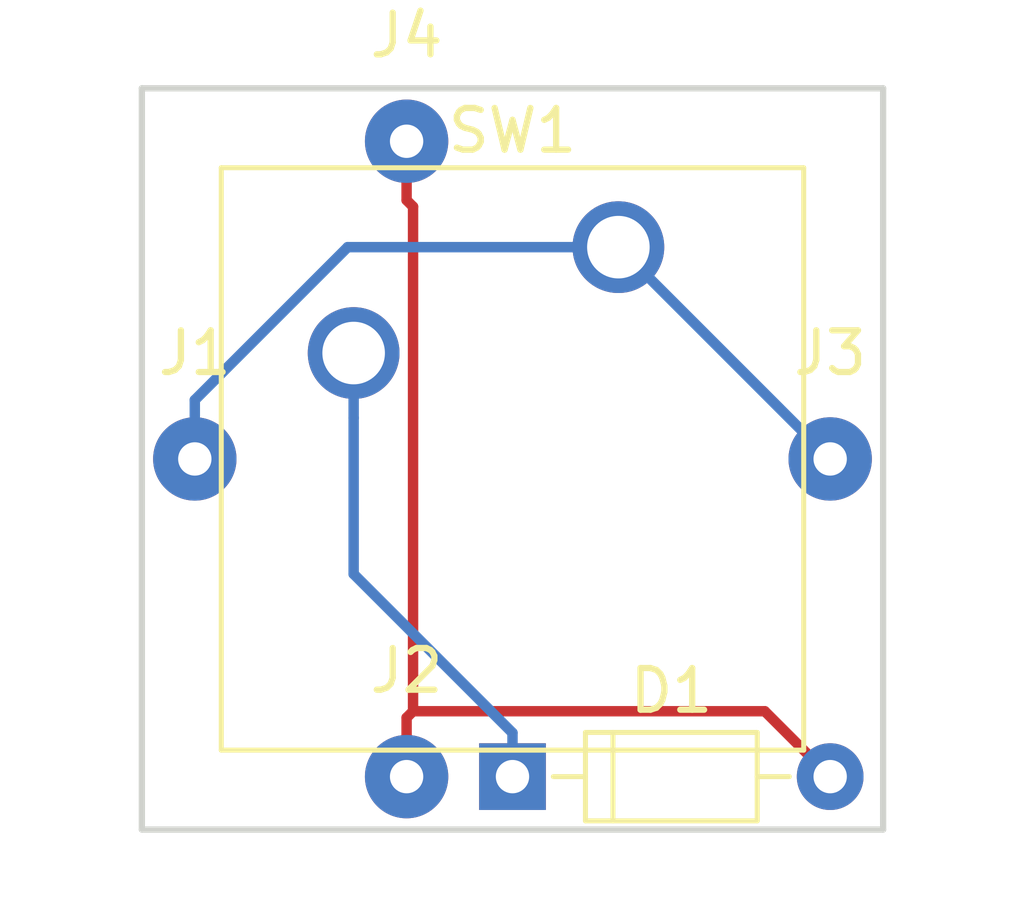
<source format=kicad_pcb>
(kicad_pcb (version 4) (host pcbnew 4.0.7)

  (general
    (links 5)
    (no_connects 0)
    (area 1.194999 1.194999 19.125001 19.125001)
    (thickness 1.6)
    (drawings 4)
    (tracks 15)
    (zones 0)
    (modules 6)
    (nets 4)
  )

  (page A4)
  (layers
    (0 F.Cu signal)
    (31 B.Cu signal)
    (32 B.Adhes user)
    (33 F.Adhes user)
    (34 B.Paste user)
    (35 F.Paste user)
    (36 B.SilkS user)
    (37 F.SilkS user)
    (38 B.Mask user)
    (39 F.Mask user)
    (40 Dwgs.User user)
    (41 Cmts.User user)
    (42 Eco1.User user)
    (43 Eco2.User user)
    (44 Edge.Cuts user)
    (45 Margin user)
    (46 B.CrtYd user)
    (47 F.CrtYd user)
    (48 B.Fab user)
    (49 F.Fab user)
  )

  (setup
    (last_trace_width 0.25)
    (trace_clearance 0.2)
    (zone_clearance 0.508)
    (zone_45_only no)
    (trace_min 0.2)
    (segment_width 0.2)
    (edge_width 0.15)
    (via_size 0.6)
    (via_drill 0.4)
    (via_min_size 0.4)
    (via_min_drill 0.3)
    (uvia_size 0.3)
    (uvia_drill 0.1)
    (uvias_allowed no)
    (uvia_min_size 0.2)
    (uvia_min_drill 0.1)
    (pcb_text_width 0.3)
    (pcb_text_size 1.5 1.5)
    (mod_edge_width 0.15)
    (mod_text_size 1 1)
    (mod_text_width 0.15)
    (pad_size 1.524 1.524)
    (pad_drill 0.762)
    (pad_to_mask_clearance 0.2)
    (aux_axis_origin 0 0)
    (visible_elements FFFFFF7F)
    (pcbplotparams
      (layerselection 0x00030_80000001)
      (usegerberextensions false)
      (excludeedgelayer true)
      (linewidth 0.100000)
      (plotframeref false)
      (viasonmask false)
      (mode 1)
      (useauxorigin false)
      (hpglpennumber 1)
      (hpglpenspeed 20)
      (hpglpendiameter 15)
      (hpglpenoverlay 2)
      (psnegative false)
      (psa4output false)
      (plotreference true)
      (plotvalue true)
      (plotinvisibletext false)
      (padsonsilk false)
      (subtractmaskfromsilk false)
      (outputformat 1)
      (mirror false)
      (drillshape 1)
      (scaleselection 1)
      (outputdirectory ""))
  )

  (net 0 "")
  (net 1 "Net-(D1-Pad1)")
  (net 2 "Net-(D1-Pad2)")
  (net 3 "Net-(J1-Pad1)")

  (net_class Default "This is the default net class."
    (clearance 0.2)
    (trace_width 0.25)
    (via_dia 0.6)
    (via_drill 0.4)
    (uvia_dia 0.3)
    (uvia_drill 0.1)
    (add_net "Net-(D1-Pad1)")
    (add_net "Net-(D1-Pad2)")
    (add_net "Net-(J1-Pad1)")
  )

  (module Diodes_THT:D_DO-35_SOD27_P7.62mm_Horizontal (layer F.Cu) (tedit 5921392F) (tstamp 5A956675)
    (at 10.16 17.78)
    (descr "D, DO-35_SOD27 series, Axial, Horizontal, pin pitch=7.62mm, , length*diameter=4*2mm^2, , http://www.diodes.com/_files/packages/DO-35.pdf")
    (tags "D DO-35_SOD27 series Axial Horizontal pin pitch 7.62mm  length 4mm diameter 2mm")
    (path /5A9565EA)
    (fp_text reference D1 (at 3.81 -2.06) (layer F.SilkS)
      (effects (font (size 1 1) (thickness 0.15)))
    )
    (fp_text value D (at 3.81 2.06) (layer F.Fab)
      (effects (font (size 1 1) (thickness 0.15)))
    )
    (fp_text user %R (at 3.81 0) (layer F.Fab)
      (effects (font (size 1 1) (thickness 0.15)))
    )
    (fp_line (start 1.81 -1) (end 1.81 1) (layer F.Fab) (width 0.1))
    (fp_line (start 1.81 1) (end 5.81 1) (layer F.Fab) (width 0.1))
    (fp_line (start 5.81 1) (end 5.81 -1) (layer F.Fab) (width 0.1))
    (fp_line (start 5.81 -1) (end 1.81 -1) (layer F.Fab) (width 0.1))
    (fp_line (start 0 0) (end 1.81 0) (layer F.Fab) (width 0.1))
    (fp_line (start 7.62 0) (end 5.81 0) (layer F.Fab) (width 0.1))
    (fp_line (start 2.41 -1) (end 2.41 1) (layer F.Fab) (width 0.1))
    (fp_line (start 1.75 -1.06) (end 1.75 1.06) (layer F.SilkS) (width 0.12))
    (fp_line (start 1.75 1.06) (end 5.87 1.06) (layer F.SilkS) (width 0.12))
    (fp_line (start 5.87 1.06) (end 5.87 -1.06) (layer F.SilkS) (width 0.12))
    (fp_line (start 5.87 -1.06) (end 1.75 -1.06) (layer F.SilkS) (width 0.12))
    (fp_line (start 0.98 0) (end 1.75 0) (layer F.SilkS) (width 0.12))
    (fp_line (start 6.64 0) (end 5.87 0) (layer F.SilkS) (width 0.12))
    (fp_line (start 2.41 -1.06) (end 2.41 1.06) (layer F.SilkS) (width 0.12))
    (fp_line (start -1.05 -1.35) (end -1.05 1.35) (layer F.CrtYd) (width 0.05))
    (fp_line (start -1.05 1.35) (end 8.7 1.35) (layer F.CrtYd) (width 0.05))
    (fp_line (start 8.7 1.35) (end 8.7 -1.35) (layer F.CrtYd) (width 0.05))
    (fp_line (start 8.7 -1.35) (end -1.05 -1.35) (layer F.CrtYd) (width 0.05))
    (pad 1 thru_hole rect (at 0 0) (size 1.6 1.6) (drill 0.8) (layers *.Cu *.Mask)
      (net 1 "Net-(D1-Pad1)"))
    (pad 2 thru_hole oval (at 7.62 0) (size 1.6 1.6) (drill 0.8) (layers *.Cu *.Mask)
      (net 2 "Net-(D1-Pad2)"))
    (model ${KISYS3DMOD}/Diodes_THT.3dshapes/D_DO-35_SOD27_P7.62mm_Horizontal.wrl
      (at (xyz 0 0 0))
      (scale (xyz 0.393701 0.393701 0.393701))
      (rotate (xyz 0 0 0))
    )
  )

  (module Wire_Pads:SolderWirePad_single_0-8mmDrill (layer F.Cu) (tedit 0) (tstamp 5A95667A)
    (at 2.54 10.16)
    (path /5A9566D0)
    (fp_text reference J1 (at 0 -2.54) (layer F.SilkS)
      (effects (font (size 1 1) (thickness 0.15)))
    )
    (fp_text value Conn_01x01 (at 0 2.54) (layer F.Fab)
      (effects (font (size 1 1) (thickness 0.15)))
    )
    (pad 1 thru_hole circle (at 0 0) (size 1.99898 1.99898) (drill 0.8001) (layers *.Cu *.Mask)
      (net 3 "Net-(J1-Pad1)"))
  )

  (module Wire_Pads:SolderWirePad_single_0-8mmDrill (layer F.Cu) (tedit 0) (tstamp 5A95667F)
    (at 7.62 17.78)
    (path /5A956722)
    (fp_text reference J2 (at 0 -2.54) (layer F.SilkS)
      (effects (font (size 1 1) (thickness 0.15)))
    )
    (fp_text value Conn_01x01 (at 0 2.54) (layer F.Fab)
      (effects (font (size 1 1) (thickness 0.15)))
    )
    (pad 1 thru_hole circle (at 0 0) (size 1.99898 1.99898) (drill 0.8001) (layers *.Cu *.Mask)
      (net 2 "Net-(D1-Pad2)"))
  )

  (module Buttons_Switches_Keyboard:SW_Cherry_MX1A_1.00u_Plate (layer F.Cu) (tedit 59E8964B) (tstamp 5A956686)
    (at 12.7 5.08)
    (descr "Cherry MX keyswitch, MX1A, 1u, plate mount, http://cherryamericas.com/wp-content/uploads/2014/12/mx_cat.pdf")
    (tags "cherry mx keyswitch MX1A 1u plate")
    (path /5A9565C4)
    (fp_text reference SW1 (at -2.54 -2.794) (layer F.SilkS)
      (effects (font (size 1 1) (thickness 0.15)))
    )
    (fp_text value SW_DIP_x01 (at -2.54 12.954) (layer F.Fab)
      (effects (font (size 1 1) (thickness 0.15)))
    )
    (fp_text user %R (at -2.54 -2.794) (layer F.Fab)
      (effects (font (size 1 1) (thickness 0.15)))
    )
    (fp_line (start -8.89 -1.27) (end 3.81 -1.27) (layer F.Fab) (width 0.15))
    (fp_line (start 3.81 -1.27) (end 3.81 11.43) (layer F.Fab) (width 0.15))
    (fp_line (start 3.81 11.43) (end -8.89 11.43) (layer F.Fab) (width 0.15))
    (fp_line (start -8.89 11.43) (end -8.89 -1.27) (layer F.Fab) (width 0.15))
    (fp_line (start -9.78 12.32) (end -9.78 -2.16) (layer F.CrtYd) (width 0.05))
    (fp_line (start 4.7 12.32) (end -9.78 12.32) (layer F.CrtYd) (width 0.05))
    (fp_line (start 4.7 -2.16) (end 4.7 12.32) (layer F.CrtYd) (width 0.05))
    (fp_line (start -9.78 -2.16) (end 4.7 -2.16) (layer F.CrtYd) (width 0.05))
    (fp_line (start -12.065 -4.445) (end 6.985 -4.445) (layer Dwgs.User) (width 0.15))
    (fp_line (start 6.985 -4.445) (end 6.985 14.605) (layer Dwgs.User) (width 0.15))
    (fp_line (start 6.985 14.605) (end -12.065 14.605) (layer Dwgs.User) (width 0.15))
    (fp_line (start -12.065 14.605) (end -12.065 -4.445) (layer Dwgs.User) (width 0.15))
    (fp_line (start -9.525 -1.905) (end 4.445 -1.905) (layer F.SilkS) (width 0.12))
    (fp_line (start 4.445 -1.905) (end 4.445 12.065) (layer F.SilkS) (width 0.12))
    (fp_line (start 4.445 12.065) (end -9.525 12.065) (layer F.SilkS) (width 0.12))
    (fp_line (start -9.525 12.065) (end -9.525 -1.905) (layer F.SilkS) (width 0.12))
    (pad 1 thru_hole circle (at 0 0) (size 2.2 2.2) (drill 1.5) (layers *.Cu *.Mask)
      (net 3 "Net-(J1-Pad1)"))
    (pad 2 thru_hole circle (at -6.35 2.54) (size 2.2 2.2) (drill 1.5) (layers *.Cu *.Mask)
      (net 1 "Net-(D1-Pad1)"))
    (pad "" np_thru_hole circle (at -2.54 5.08) (size 4 4) (drill 4) (layers *.Cu *.Mask))
    (model Buttons_Switches_Keyboard.3dshapes/Cherry-MX1A-E1NW.wrl
      (at (xyz -0.1 -0.2 0))
      (scale (xyz 0.3937 0.3937 0.3937))
      (rotate (xyz 0 0 0))
    )
  )

  (module Wire_Pads:SolderWirePad_single_0-8mmDrill (layer F.Cu) (tedit 0) (tstamp 5A9574EB)
    (at 17.78 10.16)
    (path /5A9575DB)
    (fp_text reference J3 (at 0 -2.54) (layer F.SilkS)
      (effects (font (size 1 1) (thickness 0.15)))
    )
    (fp_text value Conn_01x01 (at 0 2.54) (layer F.Fab)
      (effects (font (size 1 1) (thickness 0.15)))
    )
    (pad 1 thru_hole circle (at 0 0) (size 1.99898 1.99898) (drill 0.8001) (layers *.Cu *.Mask)
      (net 3 "Net-(J1-Pad1)"))
  )

  (module Wire_Pads:SolderWirePad_single_0-8mmDrill (layer F.Cu) (tedit 0) (tstamp 5A9574F0)
    (at 7.62 2.54)
    (path /5A957527)
    (fp_text reference J4 (at 0 -2.54) (layer F.SilkS)
      (effects (font (size 1 1) (thickness 0.15)))
    )
    (fp_text value Conn_01x01 (at 0 2.54) (layer F.Fab)
      (effects (font (size 1 1) (thickness 0.15)))
    )
    (pad 1 thru_hole circle (at 0 0) (size 1.99898 1.99898) (drill 0.8001) (layers *.Cu *.Mask)
      (net 2 "Net-(D1-Pad2)"))
  )

  (gr_line (start 1.27 19.05) (end 1.27 1.27) (layer Edge.Cuts) (width 0.15))
  (gr_line (start 19.05 19.05) (end 1.27 19.05) (layer Edge.Cuts) (width 0.15))
  (gr_line (start 19.05 1.27) (end 19.05 19.05) (layer Edge.Cuts) (width 0.15))
  (gr_line (start 1.27 1.27) (end 19.05 1.27) (layer Edge.Cuts) (width 0.15))

  (segment (start 10.16 17.78) (end 10.16 16.73) (width 0.25) (layer B.Cu) (net 1))
  (segment (start 10.16 16.73) (end 6.35 12.92) (width 0.25) (layer B.Cu) (net 1))
  (segment (start 6.35 12.92) (end 6.35 9.175634) (width 0.25) (layer B.Cu) (net 1))
  (segment (start 6.35 9.175634) (end 6.35 7.62) (width 0.25) (layer B.Cu) (net 1))
  (segment (start 17.78 17.78) (end 16.211507 16.211507) (width 0.25) (layer F.Cu) (net 2))
  (segment (start 16.211507 16.211507) (end 7.775001 16.211507) (width 0.25) (layer F.Cu) (net 2))
  (segment (start 7.62 2.54) (end 7.62 3.953492) (width 0.25) (layer F.Cu) (net 2))
  (segment (start 7.62 3.953492) (end 7.775001 4.108493) (width 0.25) (layer F.Cu) (net 2))
  (segment (start 7.775001 4.108493) (end 7.775001 16.211507) (width 0.25) (layer F.Cu) (net 2))
  (segment (start 7.775001 16.211507) (end 7.62 16.366508) (width 0.25) (layer F.Cu) (net 2))
  (segment (start 7.62 16.366508) (end 7.62 17.78) (width 0.25) (layer F.Cu) (net 2))
  (segment (start 12.7 5.08) (end 6.206508 5.08) (width 0.25) (layer B.Cu) (net 3))
  (segment (start 6.206508 5.08) (end 2.54 8.746508) (width 0.25) (layer B.Cu) (net 3))
  (segment (start 2.54 8.746508) (end 2.54 10.16) (width 0.25) (layer B.Cu) (net 3))
  (segment (start 12.7 5.08) (end 17.78 10.16) (width 0.25) (layer B.Cu) (net 3))

)

</source>
